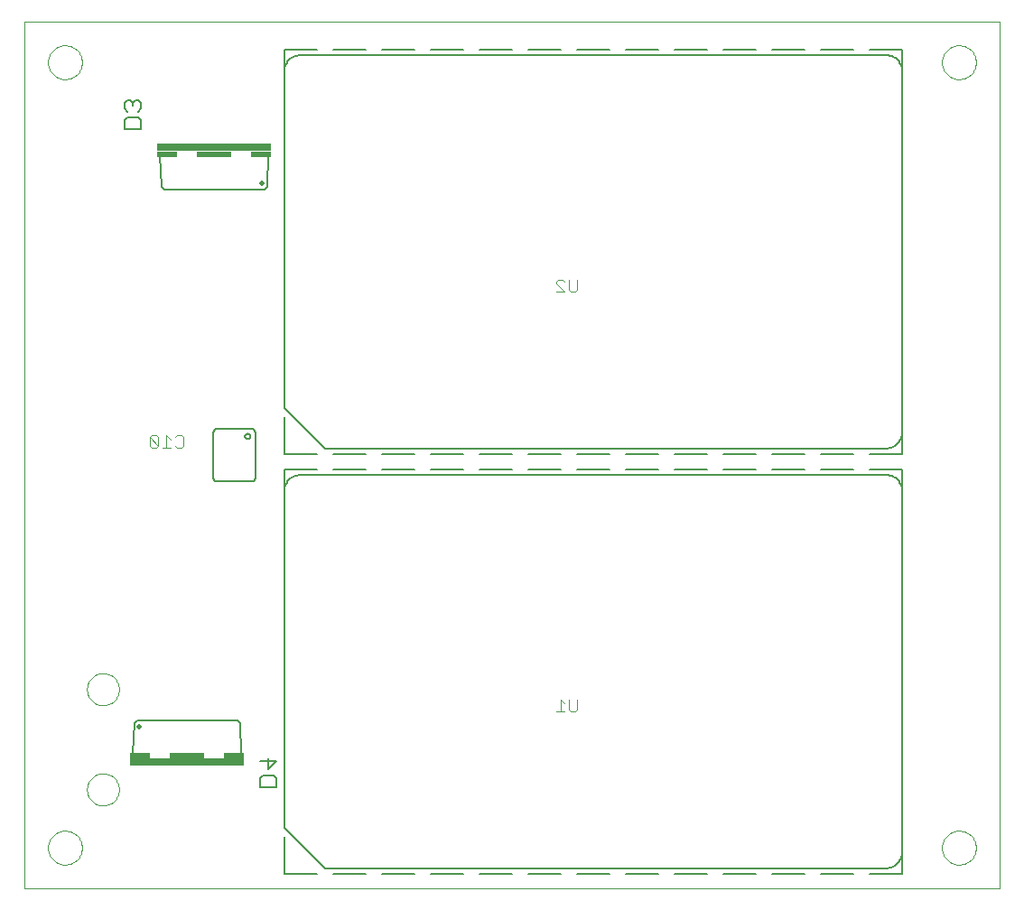
<source format=gbo>
G75*
G70*
%OFA0B0*%
%FSLAX24Y24*%
%IPPOS*%
%LPD*%
%AMOC8*
5,1,8,0,0,1.08239X$1,22.5*
%
%ADD10C,0.0000*%
%ADD11C,0.0050*%
%ADD12C,0.0040*%
%ADD13C,0.0200*%
%ADD14C,0.0060*%
%ADD15R,0.4200X0.0300*%
%ADD16R,0.0750X0.0200*%
%ADD17R,0.1300X0.0200*%
%ADD18C,0.0070*%
D10*
X006843Y002308D02*
X006843Y034304D01*
X042843Y034304D01*
X042843Y002308D01*
X006843Y002308D01*
X007718Y003808D02*
X007720Y003858D01*
X007726Y003907D01*
X007736Y003956D01*
X007749Y004003D01*
X007767Y004050D01*
X007788Y004095D01*
X007812Y004138D01*
X007840Y004179D01*
X007871Y004218D01*
X007905Y004254D01*
X007942Y004288D01*
X007982Y004318D01*
X008023Y004345D01*
X008067Y004369D01*
X008112Y004389D01*
X008159Y004405D01*
X008207Y004418D01*
X008256Y004427D01*
X008306Y004432D01*
X008355Y004433D01*
X008405Y004430D01*
X008454Y004423D01*
X008503Y004412D01*
X008550Y004398D01*
X008596Y004379D01*
X008641Y004357D01*
X008684Y004332D01*
X008724Y004303D01*
X008762Y004271D01*
X008798Y004237D01*
X008831Y004199D01*
X008860Y004159D01*
X008886Y004117D01*
X008909Y004073D01*
X008928Y004027D01*
X008944Y003980D01*
X008956Y003931D01*
X008964Y003882D01*
X008968Y003833D01*
X008968Y003783D01*
X008964Y003734D01*
X008956Y003685D01*
X008944Y003636D01*
X008928Y003589D01*
X008909Y003543D01*
X008886Y003499D01*
X008860Y003457D01*
X008831Y003417D01*
X008798Y003379D01*
X008762Y003345D01*
X008724Y003313D01*
X008684Y003284D01*
X008641Y003259D01*
X008596Y003237D01*
X008550Y003218D01*
X008503Y003204D01*
X008454Y003193D01*
X008405Y003186D01*
X008355Y003183D01*
X008306Y003184D01*
X008256Y003189D01*
X008207Y003198D01*
X008159Y003211D01*
X008112Y003227D01*
X008067Y003247D01*
X008023Y003271D01*
X007982Y003298D01*
X007942Y003328D01*
X007905Y003362D01*
X007871Y003398D01*
X007840Y003437D01*
X007812Y003478D01*
X007788Y003521D01*
X007767Y003566D01*
X007749Y003613D01*
X007736Y003660D01*
X007726Y003709D01*
X007720Y003758D01*
X007718Y003808D01*
X009154Y005958D02*
X009156Y006006D01*
X009162Y006054D01*
X009172Y006101D01*
X009185Y006147D01*
X009203Y006192D01*
X009223Y006236D01*
X009248Y006278D01*
X009276Y006317D01*
X009306Y006354D01*
X009340Y006388D01*
X009377Y006420D01*
X009415Y006449D01*
X009456Y006474D01*
X009499Y006496D01*
X009544Y006514D01*
X009590Y006528D01*
X009637Y006539D01*
X009685Y006546D01*
X009733Y006549D01*
X009781Y006548D01*
X009829Y006543D01*
X009877Y006534D01*
X009923Y006522D01*
X009968Y006505D01*
X010012Y006485D01*
X010054Y006462D01*
X010094Y006435D01*
X010132Y006405D01*
X010167Y006372D01*
X010199Y006336D01*
X010229Y006298D01*
X010255Y006257D01*
X010277Y006214D01*
X010297Y006170D01*
X010312Y006125D01*
X010324Y006078D01*
X010332Y006030D01*
X010336Y005982D01*
X010336Y005934D01*
X010332Y005886D01*
X010324Y005838D01*
X010312Y005791D01*
X010297Y005746D01*
X010277Y005702D01*
X010255Y005659D01*
X010229Y005618D01*
X010199Y005580D01*
X010167Y005544D01*
X010132Y005511D01*
X010094Y005481D01*
X010054Y005454D01*
X010012Y005431D01*
X009968Y005411D01*
X009923Y005394D01*
X009877Y005382D01*
X009829Y005373D01*
X009781Y005368D01*
X009733Y005367D01*
X009685Y005370D01*
X009637Y005377D01*
X009590Y005388D01*
X009544Y005402D01*
X009499Y005420D01*
X009456Y005442D01*
X009415Y005467D01*
X009377Y005496D01*
X009340Y005528D01*
X009306Y005562D01*
X009276Y005599D01*
X009248Y005638D01*
X009223Y005680D01*
X009203Y005724D01*
X009185Y005769D01*
X009172Y005815D01*
X009162Y005862D01*
X009156Y005910D01*
X009154Y005958D01*
X009154Y009658D02*
X009156Y009706D01*
X009162Y009754D01*
X009172Y009801D01*
X009185Y009847D01*
X009203Y009892D01*
X009223Y009936D01*
X009248Y009978D01*
X009276Y010017D01*
X009306Y010054D01*
X009340Y010088D01*
X009377Y010120D01*
X009415Y010149D01*
X009456Y010174D01*
X009499Y010196D01*
X009544Y010214D01*
X009590Y010228D01*
X009637Y010239D01*
X009685Y010246D01*
X009733Y010249D01*
X009781Y010248D01*
X009829Y010243D01*
X009877Y010234D01*
X009923Y010222D01*
X009968Y010205D01*
X010012Y010185D01*
X010054Y010162D01*
X010094Y010135D01*
X010132Y010105D01*
X010167Y010072D01*
X010199Y010036D01*
X010229Y009998D01*
X010255Y009957D01*
X010277Y009914D01*
X010297Y009870D01*
X010312Y009825D01*
X010324Y009778D01*
X010332Y009730D01*
X010336Y009682D01*
X010336Y009634D01*
X010332Y009586D01*
X010324Y009538D01*
X010312Y009491D01*
X010297Y009446D01*
X010277Y009402D01*
X010255Y009359D01*
X010229Y009318D01*
X010199Y009280D01*
X010167Y009244D01*
X010132Y009211D01*
X010094Y009181D01*
X010054Y009154D01*
X010012Y009131D01*
X009968Y009111D01*
X009923Y009094D01*
X009877Y009082D01*
X009829Y009073D01*
X009781Y009068D01*
X009733Y009067D01*
X009685Y009070D01*
X009637Y009077D01*
X009590Y009088D01*
X009544Y009102D01*
X009499Y009120D01*
X009456Y009142D01*
X009415Y009167D01*
X009377Y009196D01*
X009340Y009228D01*
X009306Y009262D01*
X009276Y009299D01*
X009248Y009338D01*
X009223Y009380D01*
X009203Y009424D01*
X009185Y009469D01*
X009172Y009515D01*
X009162Y009562D01*
X009156Y009610D01*
X009154Y009658D01*
X007718Y032808D02*
X007720Y032858D01*
X007726Y032907D01*
X007736Y032956D01*
X007749Y033003D01*
X007767Y033050D01*
X007788Y033095D01*
X007812Y033138D01*
X007840Y033179D01*
X007871Y033218D01*
X007905Y033254D01*
X007942Y033288D01*
X007982Y033318D01*
X008023Y033345D01*
X008067Y033369D01*
X008112Y033389D01*
X008159Y033405D01*
X008207Y033418D01*
X008256Y033427D01*
X008306Y033432D01*
X008355Y033433D01*
X008405Y033430D01*
X008454Y033423D01*
X008503Y033412D01*
X008550Y033398D01*
X008596Y033379D01*
X008641Y033357D01*
X008684Y033332D01*
X008724Y033303D01*
X008762Y033271D01*
X008798Y033237D01*
X008831Y033199D01*
X008860Y033159D01*
X008886Y033117D01*
X008909Y033073D01*
X008928Y033027D01*
X008944Y032980D01*
X008956Y032931D01*
X008964Y032882D01*
X008968Y032833D01*
X008968Y032783D01*
X008964Y032734D01*
X008956Y032685D01*
X008944Y032636D01*
X008928Y032589D01*
X008909Y032543D01*
X008886Y032499D01*
X008860Y032457D01*
X008831Y032417D01*
X008798Y032379D01*
X008762Y032345D01*
X008724Y032313D01*
X008684Y032284D01*
X008641Y032259D01*
X008596Y032237D01*
X008550Y032218D01*
X008503Y032204D01*
X008454Y032193D01*
X008405Y032186D01*
X008355Y032183D01*
X008306Y032184D01*
X008256Y032189D01*
X008207Y032198D01*
X008159Y032211D01*
X008112Y032227D01*
X008067Y032247D01*
X008023Y032271D01*
X007982Y032298D01*
X007942Y032328D01*
X007905Y032362D01*
X007871Y032398D01*
X007840Y032437D01*
X007812Y032478D01*
X007788Y032521D01*
X007767Y032566D01*
X007749Y032613D01*
X007736Y032660D01*
X007726Y032709D01*
X007720Y032758D01*
X007718Y032808D01*
X040718Y032808D02*
X040720Y032858D01*
X040726Y032907D01*
X040736Y032956D01*
X040749Y033003D01*
X040767Y033050D01*
X040788Y033095D01*
X040812Y033138D01*
X040840Y033179D01*
X040871Y033218D01*
X040905Y033254D01*
X040942Y033288D01*
X040982Y033318D01*
X041023Y033345D01*
X041067Y033369D01*
X041112Y033389D01*
X041159Y033405D01*
X041207Y033418D01*
X041256Y033427D01*
X041306Y033432D01*
X041355Y033433D01*
X041405Y033430D01*
X041454Y033423D01*
X041503Y033412D01*
X041550Y033398D01*
X041596Y033379D01*
X041641Y033357D01*
X041684Y033332D01*
X041724Y033303D01*
X041762Y033271D01*
X041798Y033237D01*
X041831Y033199D01*
X041860Y033159D01*
X041886Y033117D01*
X041909Y033073D01*
X041928Y033027D01*
X041944Y032980D01*
X041956Y032931D01*
X041964Y032882D01*
X041968Y032833D01*
X041968Y032783D01*
X041964Y032734D01*
X041956Y032685D01*
X041944Y032636D01*
X041928Y032589D01*
X041909Y032543D01*
X041886Y032499D01*
X041860Y032457D01*
X041831Y032417D01*
X041798Y032379D01*
X041762Y032345D01*
X041724Y032313D01*
X041684Y032284D01*
X041641Y032259D01*
X041596Y032237D01*
X041550Y032218D01*
X041503Y032204D01*
X041454Y032193D01*
X041405Y032186D01*
X041355Y032183D01*
X041306Y032184D01*
X041256Y032189D01*
X041207Y032198D01*
X041159Y032211D01*
X041112Y032227D01*
X041067Y032247D01*
X041023Y032271D01*
X040982Y032298D01*
X040942Y032328D01*
X040905Y032362D01*
X040871Y032398D01*
X040840Y032437D01*
X040812Y032478D01*
X040788Y032521D01*
X040767Y032566D01*
X040749Y032613D01*
X040736Y032660D01*
X040726Y032709D01*
X040720Y032758D01*
X040718Y032808D01*
X040718Y003808D02*
X040720Y003858D01*
X040726Y003907D01*
X040736Y003956D01*
X040749Y004003D01*
X040767Y004050D01*
X040788Y004095D01*
X040812Y004138D01*
X040840Y004179D01*
X040871Y004218D01*
X040905Y004254D01*
X040942Y004288D01*
X040982Y004318D01*
X041023Y004345D01*
X041067Y004369D01*
X041112Y004389D01*
X041159Y004405D01*
X041207Y004418D01*
X041256Y004427D01*
X041306Y004432D01*
X041355Y004433D01*
X041405Y004430D01*
X041454Y004423D01*
X041503Y004412D01*
X041550Y004398D01*
X041596Y004379D01*
X041641Y004357D01*
X041684Y004332D01*
X041724Y004303D01*
X041762Y004271D01*
X041798Y004237D01*
X041831Y004199D01*
X041860Y004159D01*
X041886Y004117D01*
X041909Y004073D01*
X041928Y004027D01*
X041944Y003980D01*
X041956Y003931D01*
X041964Y003882D01*
X041968Y003833D01*
X041968Y003783D01*
X041964Y003734D01*
X041956Y003685D01*
X041944Y003636D01*
X041928Y003589D01*
X041909Y003543D01*
X041886Y003499D01*
X041860Y003457D01*
X041831Y003417D01*
X041798Y003379D01*
X041762Y003345D01*
X041724Y003313D01*
X041684Y003284D01*
X041641Y003259D01*
X041596Y003237D01*
X041550Y003218D01*
X041503Y003204D01*
X041454Y003193D01*
X041405Y003186D01*
X041355Y003183D01*
X041306Y003184D01*
X041256Y003189D01*
X041207Y003198D01*
X041159Y003211D01*
X041112Y003227D01*
X041067Y003247D01*
X041023Y003271D01*
X040982Y003298D01*
X040942Y003328D01*
X040905Y003362D01*
X040871Y003398D01*
X040840Y003437D01*
X040812Y003478D01*
X040788Y003521D01*
X040767Y003566D01*
X040749Y003613D01*
X040736Y003660D01*
X040726Y003709D01*
X040720Y003758D01*
X040718Y003808D01*
D11*
X039245Y003643D02*
X039245Y016981D01*
X039245Y016424D02*
X039245Y017772D01*
X038036Y017772D01*
X037446Y017772D02*
X036237Y017772D01*
X035646Y017772D02*
X034437Y017772D01*
X034437Y018352D02*
X035646Y018352D01*
X036236Y018352D02*
X037445Y018352D01*
X038036Y018352D02*
X039245Y018352D01*
X039245Y019700D01*
X039245Y019143D02*
X039245Y032481D01*
X039245Y031924D02*
X039245Y033272D01*
X038036Y033272D01*
X037446Y033272D02*
X036237Y033272D01*
X035646Y033272D02*
X034437Y033272D01*
X033847Y033272D02*
X032638Y033272D01*
X032047Y033272D02*
X030838Y033272D01*
X030248Y033272D02*
X029039Y033272D01*
X028448Y033272D02*
X027239Y033272D01*
X026649Y033272D02*
X025440Y033272D01*
X024849Y033272D02*
X023640Y033272D01*
X023050Y033272D02*
X021841Y033272D01*
X021250Y033272D02*
X020041Y033272D01*
X019451Y033272D02*
X018242Y033272D01*
X017651Y033272D02*
X016442Y033272D01*
X016442Y031924D01*
X016442Y031333D02*
X016442Y029985D01*
X016442Y029394D02*
X016442Y028046D01*
X016442Y027455D02*
X016442Y026107D01*
X016442Y025517D02*
X016442Y024168D01*
X016442Y023578D02*
X016442Y022230D01*
X016442Y021639D02*
X016442Y020291D01*
X016442Y020048D02*
X016442Y032481D01*
X016441Y032481D02*
X016443Y032527D01*
X016448Y032573D01*
X016457Y032619D01*
X016470Y032664D01*
X016486Y032707D01*
X016505Y032749D01*
X016528Y032790D01*
X016554Y032828D01*
X016583Y032865D01*
X016614Y032899D01*
X016648Y032930D01*
X016685Y032959D01*
X016723Y032985D01*
X016764Y033008D01*
X016806Y033027D01*
X016849Y033043D01*
X016894Y033056D01*
X016940Y033065D01*
X016986Y033070D01*
X017032Y033072D01*
X038654Y033072D01*
X038700Y033070D01*
X038746Y033065D01*
X038792Y033056D01*
X038837Y033043D01*
X038880Y033027D01*
X038922Y033008D01*
X038963Y032985D01*
X039001Y032959D01*
X039038Y032930D01*
X039072Y032899D01*
X039103Y032865D01*
X039132Y032828D01*
X039158Y032790D01*
X039181Y032749D01*
X039200Y032707D01*
X039216Y032664D01*
X039229Y032619D01*
X039238Y032573D01*
X039243Y032527D01*
X039245Y032481D01*
X039245Y031333D02*
X039245Y029985D01*
X039245Y029394D02*
X039245Y028046D01*
X039245Y027455D02*
X039245Y026107D01*
X039245Y025517D02*
X039245Y024168D01*
X039245Y023578D02*
X039245Y022230D01*
X039245Y021639D02*
X039245Y020291D01*
X039245Y019143D02*
X039243Y019097D01*
X039238Y019051D01*
X039229Y019005D01*
X039216Y018960D01*
X039200Y018917D01*
X039181Y018875D01*
X039158Y018834D01*
X039132Y018796D01*
X039103Y018759D01*
X039072Y018725D01*
X039038Y018694D01*
X039001Y018665D01*
X038963Y018639D01*
X038922Y018616D01*
X038880Y018597D01*
X038837Y018581D01*
X038792Y018568D01*
X038746Y018559D01*
X038700Y018554D01*
X038654Y018552D01*
X017938Y018552D01*
X016442Y020048D01*
X016442Y019700D02*
X016442Y018352D01*
X017651Y018352D01*
X018241Y018352D02*
X019450Y018352D01*
X020041Y018352D02*
X021250Y018352D01*
X021250Y017772D02*
X020041Y017772D01*
X019451Y017772D02*
X018242Y017772D01*
X017651Y017772D02*
X016442Y017772D01*
X016442Y016424D01*
X016442Y016981D02*
X016442Y004548D01*
X017938Y003052D01*
X038654Y003052D01*
X038700Y003054D01*
X038746Y003059D01*
X038792Y003068D01*
X038837Y003081D01*
X038880Y003097D01*
X038922Y003116D01*
X038963Y003139D01*
X039001Y003165D01*
X039038Y003194D01*
X039072Y003225D01*
X039103Y003259D01*
X039132Y003296D01*
X039158Y003334D01*
X039181Y003375D01*
X039200Y003417D01*
X039216Y003460D01*
X039229Y003505D01*
X039238Y003551D01*
X039243Y003597D01*
X039245Y003643D01*
X039245Y004200D02*
X039245Y002852D01*
X038036Y002852D01*
X037445Y002852D02*
X036236Y002852D01*
X035646Y002852D02*
X034437Y002852D01*
X033846Y002852D02*
X032637Y002852D01*
X032047Y002852D02*
X030838Y002852D01*
X030247Y002852D02*
X029038Y002852D01*
X028448Y002852D02*
X027239Y002852D01*
X026648Y002852D02*
X025439Y002852D01*
X024849Y002852D02*
X023640Y002852D01*
X023049Y002852D02*
X021840Y002852D01*
X021250Y002852D02*
X020041Y002852D01*
X019450Y002852D02*
X018241Y002852D01*
X017651Y002852D02*
X016442Y002852D01*
X016442Y004200D01*
X016442Y004791D02*
X016442Y006139D01*
X016442Y006730D02*
X016442Y008078D01*
X016442Y008668D02*
X016442Y010017D01*
X016442Y010607D02*
X016442Y011955D01*
X016442Y012546D02*
X016442Y013894D01*
X016442Y014485D02*
X016442Y015833D01*
X016441Y016981D02*
X016443Y017027D01*
X016448Y017073D01*
X016457Y017119D01*
X016470Y017164D01*
X016486Y017207D01*
X016505Y017249D01*
X016528Y017290D01*
X016554Y017328D01*
X016583Y017365D01*
X016614Y017399D01*
X016648Y017430D01*
X016685Y017459D01*
X016723Y017485D01*
X016764Y017508D01*
X016806Y017527D01*
X016849Y017543D01*
X016894Y017556D01*
X016940Y017565D01*
X016986Y017570D01*
X017032Y017572D01*
X038654Y017572D01*
X038700Y017570D01*
X038746Y017565D01*
X038792Y017556D01*
X038837Y017543D01*
X038880Y017527D01*
X038922Y017508D01*
X038963Y017485D01*
X039001Y017459D01*
X039038Y017430D01*
X039072Y017399D01*
X039103Y017365D01*
X039132Y017328D01*
X039158Y017290D01*
X039181Y017249D01*
X039200Y017207D01*
X039216Y017164D01*
X039229Y017119D01*
X039238Y017073D01*
X039243Y017027D01*
X039245Y016981D01*
X039245Y015833D02*
X039245Y014485D01*
X039245Y013894D02*
X039245Y012546D01*
X039245Y011955D02*
X039245Y010607D01*
X039245Y010017D02*
X039245Y008668D01*
X039245Y008078D02*
X039245Y006730D01*
X039245Y006139D02*
X039245Y004791D01*
X033847Y017772D02*
X032638Y017772D01*
X032047Y017772D02*
X030838Y017772D01*
X030248Y017772D02*
X029039Y017772D01*
X028448Y017772D02*
X027239Y017772D01*
X026649Y017772D02*
X025440Y017772D01*
X024849Y017772D02*
X023640Y017772D01*
X023050Y017772D02*
X021841Y017772D01*
X021840Y018352D02*
X023049Y018352D01*
X023640Y018352D02*
X024849Y018352D01*
X025439Y018352D02*
X026648Y018352D01*
X027239Y018352D02*
X028448Y018352D01*
X029038Y018352D02*
X030247Y018352D01*
X030838Y018352D02*
X032047Y018352D01*
X032637Y018352D02*
X033846Y018352D01*
X015361Y019173D02*
X015361Y017443D01*
X015359Y017426D01*
X015355Y017409D01*
X015348Y017393D01*
X015338Y017379D01*
X015325Y017366D01*
X015311Y017356D01*
X015295Y017349D01*
X015278Y017345D01*
X015261Y017343D01*
X013937Y017343D01*
X013918Y017344D01*
X013900Y017348D01*
X013883Y017354D01*
X013868Y017364D01*
X013854Y017376D01*
X013842Y017391D01*
X013834Y017407D01*
X013828Y017425D01*
X013825Y017443D01*
X013826Y017443D02*
X013826Y019172D01*
X013827Y019189D01*
X013832Y019206D01*
X013839Y019222D01*
X013849Y019236D01*
X013862Y019249D01*
X013876Y019259D01*
X013892Y019266D01*
X013909Y019271D01*
X013926Y019272D01*
X013926Y019273D02*
X015261Y019273D01*
X015278Y019271D01*
X015295Y019267D01*
X015311Y019260D01*
X015325Y019250D01*
X015338Y019237D01*
X015348Y019223D01*
X015355Y019207D01*
X015359Y019190D01*
X015361Y019173D01*
X014988Y018997D02*
X014990Y019016D01*
X014995Y019035D01*
X015005Y019051D01*
X015017Y019066D01*
X015032Y019078D01*
X015048Y019088D01*
X015067Y019093D01*
X015086Y019095D01*
X015105Y019093D01*
X015124Y019088D01*
X015140Y019078D01*
X015155Y019066D01*
X015167Y019051D01*
X015177Y019035D01*
X015182Y019016D01*
X015184Y018997D01*
X015182Y018978D01*
X015177Y018959D01*
X015167Y018943D01*
X015155Y018928D01*
X015140Y018916D01*
X015124Y018906D01*
X015105Y018901D01*
X015086Y018899D01*
X015067Y018901D01*
X015048Y018906D01*
X015032Y018916D01*
X015017Y018928D01*
X015005Y018943D01*
X014995Y018959D01*
X014990Y018978D01*
X014988Y018997D01*
D12*
X012705Y018962D02*
X012705Y018655D01*
X012628Y018578D01*
X012474Y018578D01*
X012398Y018655D01*
X012244Y018578D02*
X011937Y018578D01*
X012091Y018578D02*
X012091Y019038D01*
X012244Y018885D01*
X012398Y018962D02*
X012474Y019038D01*
X012628Y019038D01*
X012705Y018962D01*
X011784Y018962D02*
X011784Y018655D01*
X011477Y018962D01*
X011477Y018655D01*
X011554Y018578D01*
X011707Y018578D01*
X011784Y018655D01*
X011784Y018962D02*
X011707Y019038D01*
X011554Y019038D01*
X011477Y018962D01*
X026477Y024328D02*
X026784Y024328D01*
X026477Y024635D01*
X026477Y024712D01*
X026554Y024788D01*
X026707Y024788D01*
X026784Y024712D01*
X026937Y024788D02*
X026937Y024405D01*
X027014Y024328D01*
X027168Y024328D01*
X027244Y024405D01*
X027244Y024788D01*
X027244Y009288D02*
X027244Y008905D01*
X027168Y008828D01*
X027014Y008828D01*
X026937Y008905D01*
X026937Y009288D01*
X026784Y009135D02*
X026630Y009288D01*
X026630Y008828D01*
X026477Y008828D02*
X026784Y008828D01*
D13*
X011073Y008268D03*
X015613Y028348D03*
D14*
X015793Y028208D02*
X015843Y029358D01*
X015793Y028208D02*
X015693Y028108D01*
X011993Y028108D01*
X011893Y028208D01*
X011843Y029358D01*
X010993Y008508D02*
X010893Y008408D01*
X010843Y007258D01*
X010993Y008508D02*
X014693Y008508D01*
X014793Y008408D01*
X014843Y007258D01*
D15*
X012843Y006958D03*
X013843Y029658D03*
D16*
X012118Y029408D03*
X015568Y029408D03*
X014568Y007208D03*
X011118Y007208D03*
D17*
X012843Y007208D03*
X013843Y029408D03*
D18*
X011159Y030343D02*
X011159Y030658D01*
X011054Y030763D01*
X010634Y030763D01*
X010528Y030658D01*
X010528Y030343D01*
X011159Y030343D01*
X011054Y030988D02*
X011159Y031093D01*
X011159Y031303D01*
X011054Y031408D01*
X010949Y031408D01*
X010844Y031303D01*
X010739Y031408D01*
X010634Y031408D01*
X010528Y031303D01*
X010528Y031093D01*
X010634Y030988D01*
X010844Y031198D02*
X010844Y031303D01*
X015844Y007119D02*
X015844Y006698D01*
X016159Y007014D01*
X015528Y007014D01*
X015634Y006474D02*
X016054Y006474D01*
X016159Y006369D01*
X016159Y006054D01*
X015528Y006054D01*
X015528Y006369D01*
X015634Y006474D01*
M02*

</source>
